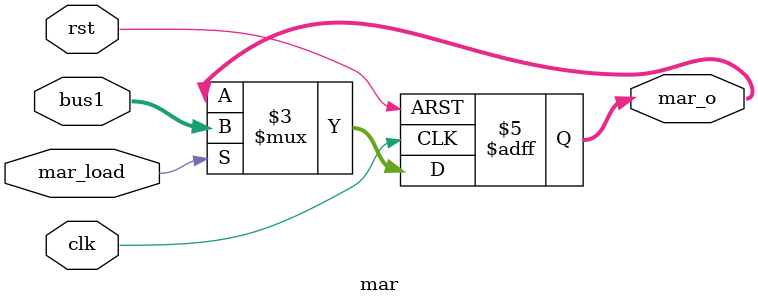
<source format=v>
`timescale 1ns / 1ps

module mar(
    input wire [7:0] bus1,
    input wire clk, rst, mar_load,
    output reg [7:0] mar_o);

always@(posedge clk, negedge rst)
begin
    if(!rst)
    begin
        mar_o <= 8'h00;
    end
    else
    begin
        if(mar_load)
        begin
            mar_o <= bus1;
        end
    end
end


endmodule
</source>
